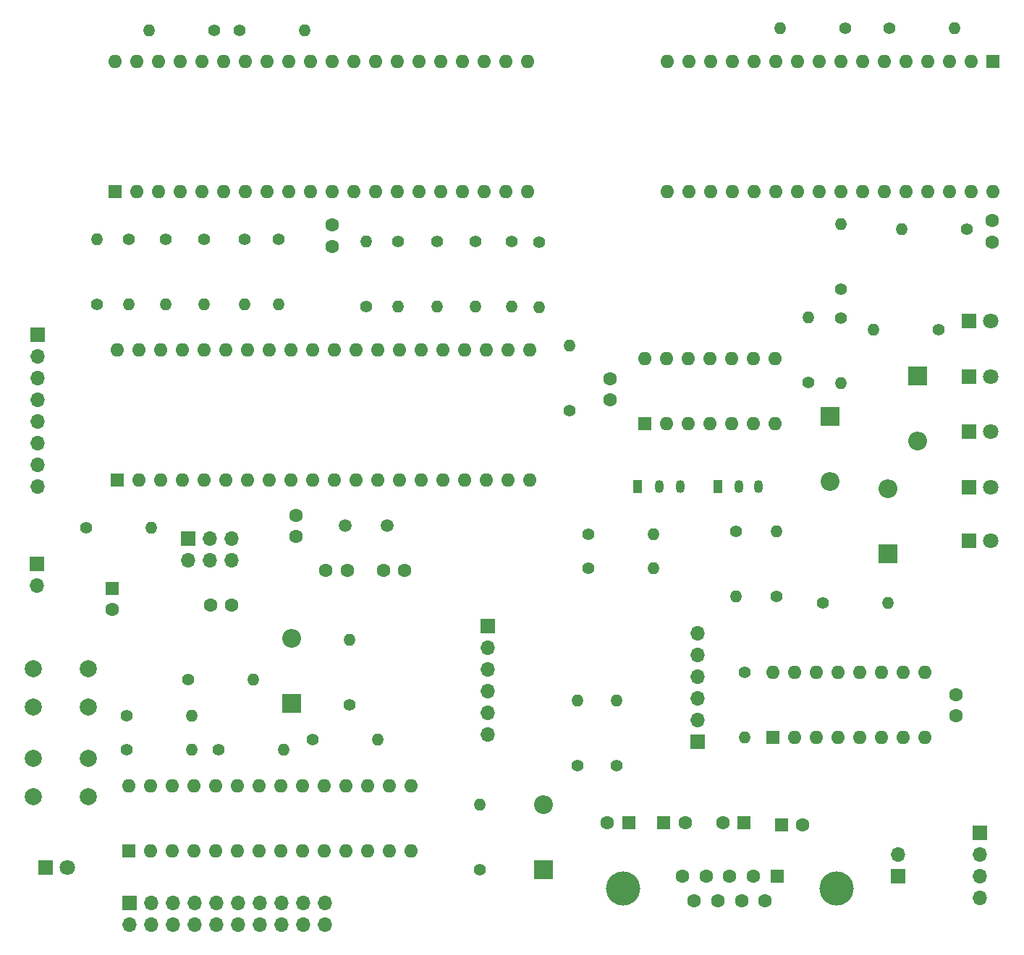
<source format=gbr>
%TF.GenerationSoftware,KiCad,Pcbnew,(6.0.5)*%
%TF.CreationDate,2022-07-29T16:30:45+10:00*%
%TF.ProjectId,gerb,67657262-2e6b-4696-9361-645f70636258,rev?*%
%TF.SameCoordinates,Original*%
%TF.FileFunction,Soldermask,Top*%
%TF.FilePolarity,Negative*%
%FSLAX46Y46*%
G04 Gerber Fmt 4.6, Leading zero omitted, Abs format (unit mm)*
G04 Created by KiCad (PCBNEW (6.0.5)) date 2022-07-29 16:30:45*
%MOMM*%
%LPD*%
G01*
G04 APERTURE LIST*
%ADD10R,1.600000X1.600000*%
%ADD11C,1.600000*%
%ADD12C,1.400000*%
%ADD13O,1.400000X1.400000*%
%ADD14R,1.800000X1.800000*%
%ADD15C,1.800000*%
%ADD16O,1.600000X1.600000*%
%ADD17R,1.700000X1.700000*%
%ADD18O,1.700000X1.700000*%
%ADD19R,2.200000X2.200000*%
%ADD20O,2.200000X2.200000*%
%ADD21R,1.050000X1.500000*%
%ADD22O,1.050000X1.500000*%
%ADD23C,2.000000*%
%ADD24C,4.000000*%
%ADD25C,1.500000*%
G04 APERTURE END LIST*
D10*
%TO.C,C13*%
X130455100Y-145500000D03*
D11*
X127955100Y-145500000D03*
%TD*%
D12*
%TO.C,R15*%
X108000000Y-77440000D03*
D13*
X108000000Y-85060000D03*
%TD*%
D12*
%TO.C,R6*%
X84940000Y-52750000D03*
D13*
X92560000Y-52750000D03*
%TD*%
D12*
%TO.C,R31*%
X93460000Y-135750000D03*
D13*
X101080000Y-135750000D03*
%TD*%
D12*
%TO.C,R7*%
X82000000Y-52750000D03*
D13*
X74380000Y-52750000D03*
%TD*%
D12*
%TO.C,R37*%
X82440000Y-137000000D03*
D13*
X90060000Y-137000000D03*
%TD*%
D12*
%TO.C,R21*%
X166750000Y-87750000D03*
D13*
X159130000Y-87750000D03*
%TD*%
D11*
%TO.C,C6*%
X95000000Y-116000000D03*
X97500000Y-116000000D03*
%TD*%
D14*
%TO.C,D4*%
X170225000Y-93250000D03*
D15*
X172765000Y-93250000D03*
%TD*%
D10*
%TO.C,U3*%
X70625000Y-105375000D03*
D16*
X73165000Y-105375000D03*
X75705000Y-105375000D03*
X78245000Y-105375000D03*
X80785000Y-105375000D03*
X83325000Y-105375000D03*
X85865000Y-105375000D03*
X88405000Y-105375000D03*
X90945000Y-105375000D03*
X93485000Y-105375000D03*
X96025000Y-105375000D03*
X98565000Y-105375000D03*
X101105000Y-105375000D03*
X103645000Y-105375000D03*
X106185000Y-105375000D03*
X108725000Y-105375000D03*
X111265000Y-105375000D03*
X113805000Y-105375000D03*
X116345000Y-105375000D03*
X118885000Y-105375000D03*
X118885000Y-90135000D03*
X116345000Y-90135000D03*
X113805000Y-90135000D03*
X111265000Y-90135000D03*
X108725000Y-90135000D03*
X106185000Y-90135000D03*
X103645000Y-90135000D03*
X101105000Y-90135000D03*
X98565000Y-90135000D03*
X96025000Y-90135000D03*
X93485000Y-90135000D03*
X90945000Y-90135000D03*
X88405000Y-90135000D03*
X85865000Y-90135000D03*
X83325000Y-90135000D03*
X80785000Y-90135000D03*
X78245000Y-90135000D03*
X75705000Y-90135000D03*
X73165000Y-90135000D03*
X70625000Y-90135000D03*
%TD*%
D17*
%TO.C,J4*%
X61275000Y-88375000D03*
D18*
X61275000Y-90915000D03*
X61275000Y-93455000D03*
X61275000Y-95995000D03*
X61275000Y-98535000D03*
X61275000Y-101075000D03*
X61275000Y-103615000D03*
X61275000Y-106155000D03*
%TD*%
D11*
%TO.C,C7*%
X128250000Y-93500000D03*
X128250000Y-96000000D03*
%TD*%
D12*
%TO.C,R2*%
X155750000Y-52500000D03*
D13*
X148130000Y-52500000D03*
%TD*%
D12*
%TO.C,R16*%
X112500000Y-77440000D03*
D13*
X112500000Y-85060000D03*
%TD*%
D19*
%TO.C,D2*%
X164250000Y-93190000D03*
D20*
X164250000Y-100810000D03*
%TD*%
D11*
%TO.C,C4*%
X173000000Y-75000000D03*
X173000000Y-77500000D03*
%TD*%
D12*
%TO.C,R17*%
X155250000Y-83060000D03*
D13*
X155250000Y-75440000D03*
%TD*%
D12*
%TO.C,R18*%
X116750000Y-77440000D03*
D13*
X116750000Y-85060000D03*
%TD*%
D12*
%TO.C,R29*%
X103500000Y-77440000D03*
D13*
X103500000Y-85060000D03*
%TD*%
D17*
%TO.C,J2*%
X78920000Y-112210000D03*
D18*
X78920000Y-114750000D03*
X81460000Y-112210000D03*
X81460000Y-114750000D03*
X84000000Y-112210000D03*
X84000000Y-114750000D03*
%TD*%
D21*
%TO.C,Q1*%
X140850000Y-106110000D03*
D22*
X143320000Y-106110000D03*
X145650000Y-106110000D03*
%TD*%
D10*
%TO.C,U4*%
X173050000Y-56375000D03*
D16*
X170510000Y-56375000D03*
X167970000Y-56375000D03*
X165430000Y-56375000D03*
X162890000Y-56375000D03*
X160350000Y-56375000D03*
X157810000Y-56375000D03*
X155270000Y-56375000D03*
X152730000Y-56375000D03*
X150190000Y-56375000D03*
X147650000Y-56375000D03*
X145110000Y-56375000D03*
X142570000Y-56375000D03*
X140030000Y-56375000D03*
X137490000Y-56375000D03*
X134950000Y-56375000D03*
X134950000Y-71615000D03*
X137490000Y-71615000D03*
X140030000Y-71615000D03*
X142570000Y-71615000D03*
X145110000Y-71615000D03*
X147650000Y-71615000D03*
X150190000Y-71615000D03*
X152730000Y-71615000D03*
X155270000Y-71615000D03*
X157810000Y-71615000D03*
X160350000Y-71615000D03*
X162890000Y-71615000D03*
X165430000Y-71615000D03*
X167970000Y-71615000D03*
X170510000Y-71615000D03*
X173050000Y-71615000D03*
%TD*%
D12*
%TO.C,R30*%
X78940000Y-128750000D03*
D13*
X86560000Y-128750000D03*
%TD*%
D10*
%TO.C,C11*%
X148294900Y-145750000D03*
D11*
X150794900Y-145750000D03*
%TD*%
%TO.C,C2*%
X91500000Y-109500000D03*
X91500000Y-112000000D03*
%TD*%
D10*
%TO.C,U6*%
X147350000Y-135550000D03*
D16*
X149890000Y-135550000D03*
X152430000Y-135550000D03*
X154970000Y-135550000D03*
X157510000Y-135550000D03*
X160050000Y-135550000D03*
X162590000Y-135550000D03*
X165130000Y-135550000D03*
X165130000Y-127930000D03*
X162590000Y-127930000D03*
X160050000Y-127930000D03*
X157510000Y-127930000D03*
X154970000Y-127930000D03*
X152430000Y-127930000D03*
X149890000Y-127930000D03*
X147350000Y-127930000D03*
%TD*%
D19*
%TO.C,D1*%
X91000000Y-131580000D03*
D20*
X91000000Y-123960000D03*
%TD*%
D12*
%TO.C,R33*%
X124500000Y-138810000D03*
D13*
X124500000Y-131190000D03*
%TD*%
D12*
%TO.C,R1*%
X160940000Y-52500000D03*
D13*
X168560000Y-52500000D03*
%TD*%
D11*
%TO.C,C14*%
X168750000Y-130500000D03*
X168750000Y-133000000D03*
%TD*%
D12*
%TO.C,R26*%
X123500000Y-97250000D03*
D13*
X123500000Y-89630000D03*
%TD*%
D23*
%TO.C,SW1*%
X60750000Y-138000000D03*
X67250000Y-138000000D03*
X60750000Y-142500000D03*
X67250000Y-142500000D03*
%TD*%
D12*
%TO.C,R34*%
X97750000Y-131750000D03*
D13*
X97750000Y-124130000D03*
%TD*%
D12*
%TO.C,R23*%
X147750000Y-119000000D03*
D13*
X147750000Y-111380000D03*
%TD*%
D14*
%TO.C,D5*%
X170225000Y-86750000D03*
D15*
X172765000Y-86750000D03*
%TD*%
D12*
%TO.C,R32*%
X71690000Y-133000000D03*
D13*
X79310000Y-133000000D03*
%TD*%
D23*
%TO.C,SW2*%
X67250000Y-127500000D03*
X60750000Y-127500000D03*
X67250000Y-132000000D03*
X60750000Y-132000000D03*
%TD*%
D12*
%TO.C,R11*%
X113000000Y-151000000D03*
D13*
X113000000Y-143380000D03*
%TD*%
D10*
%TO.C,C10*%
X134544900Y-145500000D03*
D11*
X137044900Y-145500000D03*
%TD*%
D10*
%TO.C,U2*%
X132375000Y-98800000D03*
D16*
X134915000Y-98800000D03*
X137455000Y-98800000D03*
X139995000Y-98800000D03*
X142535000Y-98800000D03*
X145075000Y-98800000D03*
X147615000Y-98800000D03*
X147615000Y-91180000D03*
X145075000Y-91180000D03*
X142535000Y-91180000D03*
X139995000Y-91180000D03*
X137455000Y-91180000D03*
X134915000Y-91180000D03*
X132375000Y-91180000D03*
%TD*%
D12*
%TO.C,R24*%
X143000000Y-111440000D03*
D13*
X143000000Y-119060000D03*
%TD*%
D14*
%TO.C,D8*%
X62225000Y-150750000D03*
D15*
X64765000Y-150750000D03*
%TD*%
D11*
%TO.C,C1*%
X95750000Y-78000000D03*
X95750000Y-75500000D03*
%TD*%
D12*
%TO.C,R13*%
X72000000Y-77190000D03*
D13*
X72000000Y-84810000D03*
%TD*%
D12*
%TO.C,R20*%
X155250000Y-86440000D03*
D13*
X155250000Y-94060000D03*
%TD*%
D17*
%TO.C,J6*%
X138525000Y-136075000D03*
D18*
X138525000Y-133535000D03*
X138525000Y-130995000D03*
X138525000Y-128455000D03*
X138525000Y-125915000D03*
X138525000Y-123375000D03*
%TD*%
D24*
%TO.C,J8*%
X129760000Y-153239700D03*
X154760000Y-153239700D03*
D10*
X147800000Y-151819700D03*
D11*
X145030000Y-151819700D03*
X142260000Y-151819700D03*
X139490000Y-151819700D03*
X136720000Y-151819700D03*
X146415000Y-154659700D03*
X143645000Y-154659700D03*
X140875000Y-154659700D03*
X138105000Y-154659700D03*
%TD*%
D12*
%TO.C,R25*%
X99750000Y-85060000D03*
D13*
X99750000Y-77440000D03*
%TD*%
D14*
%TO.C,D11*%
X170225000Y-112500000D03*
D15*
X172765000Y-112500000D03*
%TD*%
D17*
%TO.C,J7*%
X72010000Y-154960000D03*
D18*
X72010000Y-157500000D03*
X74550000Y-154960000D03*
X74550000Y-157500000D03*
X77090000Y-154960000D03*
X77090000Y-157500000D03*
X79630000Y-154960000D03*
X79630000Y-157500000D03*
X82170000Y-154960000D03*
X82170000Y-157500000D03*
X84710000Y-154960000D03*
X84710000Y-157500000D03*
X87250000Y-154960000D03*
X87250000Y-157500000D03*
X89790000Y-154960000D03*
X89790000Y-157500000D03*
X92330000Y-154960000D03*
X92330000Y-157500000D03*
X94870000Y-154960000D03*
X94870000Y-157500000D03*
%TD*%
D17*
%TO.C,J9*%
X162000000Y-151750000D03*
D18*
X162000000Y-149210000D03*
%TD*%
D12*
%TO.C,R14*%
X76250000Y-77190000D03*
D13*
X76250000Y-84810000D03*
%TD*%
D19*
%TO.C,D9*%
X120500000Y-151060000D03*
D20*
X120500000Y-143440000D03*
%TD*%
D12*
%TO.C,R36*%
X144000000Y-127940000D03*
D13*
X144000000Y-135560000D03*
%TD*%
D12*
%TO.C,R19*%
X125690000Y-111750000D03*
D13*
X133310000Y-111750000D03*
%TD*%
D11*
%TO.C,C3*%
X81500000Y-120000000D03*
X84000000Y-120000000D03*
%TD*%
D12*
%TO.C,R12*%
X170000000Y-76000000D03*
D13*
X162380000Y-76000000D03*
%TD*%
D12*
%TO.C,R8*%
X120000000Y-77500000D03*
D13*
X120000000Y-85120000D03*
%TD*%
D12*
%TO.C,R4*%
X85500000Y-77190000D03*
D13*
X85500000Y-84810000D03*
%TD*%
D12*
%TO.C,R27*%
X153190000Y-119750000D03*
D13*
X160810000Y-119750000D03*
%TD*%
D12*
%TO.C,R10*%
X71710000Y-137000000D03*
D13*
X79330000Y-137000000D03*
%TD*%
D12*
%TO.C,R38*%
X129000000Y-138810000D03*
D13*
X129000000Y-131190000D03*
%TD*%
D21*
%TO.C,Q2*%
X131500000Y-106110000D03*
D22*
X134070000Y-106110000D03*
X136500000Y-106110000D03*
%TD*%
D11*
%TO.C,C5*%
X104250000Y-116000000D03*
X101750000Y-116000000D03*
%TD*%
D14*
%TO.C,D6*%
X170225000Y-106250000D03*
D15*
X172765000Y-106250000D03*
%TD*%
D17*
%TO.C,J5*%
X114000000Y-122500000D03*
D18*
X114000000Y-125040000D03*
X114000000Y-127580000D03*
X114000000Y-130120000D03*
X114000000Y-132660000D03*
X114000000Y-135200000D03*
%TD*%
D17*
%TO.C,J1*%
X61250000Y-115250000D03*
D18*
X61250000Y-117790000D03*
%TD*%
D10*
%TO.C,U5*%
X71975000Y-148800000D03*
D16*
X74515000Y-148800000D03*
X77055000Y-148800000D03*
X79595000Y-148800000D03*
X82135000Y-148800000D03*
X84675000Y-148800000D03*
X87215000Y-148800000D03*
X89755000Y-148800000D03*
X92295000Y-148800000D03*
X94835000Y-148800000D03*
X97375000Y-148800000D03*
X99915000Y-148800000D03*
X102455000Y-148800000D03*
X104995000Y-148800000D03*
X104995000Y-141180000D03*
X102455000Y-141180000D03*
X99915000Y-141180000D03*
X97375000Y-141180000D03*
X94835000Y-141180000D03*
X92295000Y-141180000D03*
X89755000Y-141180000D03*
X87215000Y-141180000D03*
X84675000Y-141180000D03*
X82135000Y-141180000D03*
X79595000Y-141180000D03*
X77055000Y-141180000D03*
X74515000Y-141180000D03*
X71975000Y-141180000D03*
%TD*%
D12*
%TO.C,R28*%
X125690000Y-115750000D03*
D13*
X133310000Y-115750000D03*
%TD*%
D12*
%TO.C,R22*%
X68250000Y-84810000D03*
D13*
X68250000Y-77190000D03*
%TD*%
D19*
%TO.C,D10*%
X154000000Y-97940000D03*
D20*
X154000000Y-105560000D03*
%TD*%
D12*
%TO.C,R35*%
X151500000Y-94000000D03*
D13*
X151500000Y-86380000D03*
%TD*%
D10*
%TO.C,U1*%
X70375000Y-71625000D03*
D16*
X72915000Y-71625000D03*
X75455000Y-71625000D03*
X77995000Y-71625000D03*
X80535000Y-71625000D03*
X83075000Y-71625000D03*
X85615000Y-71625000D03*
X88155000Y-71625000D03*
X90695000Y-71625000D03*
X93235000Y-71625000D03*
X95775000Y-71625000D03*
X98315000Y-71625000D03*
X100855000Y-71625000D03*
X103395000Y-71625000D03*
X105935000Y-71625000D03*
X108475000Y-71625000D03*
X111015000Y-71625000D03*
X113555000Y-71625000D03*
X116095000Y-71625000D03*
X118635000Y-71625000D03*
X118635000Y-56385000D03*
X116095000Y-56385000D03*
X113555000Y-56385000D03*
X111015000Y-56385000D03*
X108475000Y-56385000D03*
X105935000Y-56385000D03*
X103395000Y-56385000D03*
X100855000Y-56385000D03*
X98315000Y-56385000D03*
X95775000Y-56385000D03*
X93235000Y-56385000D03*
X90695000Y-56385000D03*
X88155000Y-56385000D03*
X85615000Y-56385000D03*
X83075000Y-56385000D03*
X80535000Y-56385000D03*
X77995000Y-56385000D03*
X75455000Y-56385000D03*
X72915000Y-56385000D03*
X70375000Y-56385000D03*
%TD*%
D12*
%TO.C,R9*%
X66940000Y-111000000D03*
D13*
X74560000Y-111000000D03*
%TD*%
D10*
%TO.C,C9*%
X70000000Y-118067600D03*
D11*
X70000000Y-120567600D03*
%TD*%
D25*
%TO.C,Y1*%
X97300000Y-110750000D03*
X102180000Y-110750000D03*
%TD*%
D12*
%TO.C,R5*%
X80750000Y-77190000D03*
D13*
X80750000Y-84810000D03*
%TD*%
D19*
%TO.C,D3*%
X160750000Y-114060000D03*
D20*
X160750000Y-106440000D03*
%TD*%
D10*
%TO.C,C12*%
X143955100Y-145500000D03*
D11*
X141455100Y-145500000D03*
%TD*%
D12*
%TO.C,R3*%
X89500000Y-77190000D03*
D13*
X89500000Y-84810000D03*
%TD*%
D14*
%TO.C,D7*%
X170225000Y-99750000D03*
D15*
X172765000Y-99750000D03*
%TD*%
D17*
%TO.C,J3*%
X171525000Y-146700000D03*
D18*
X171525000Y-149240000D03*
X171525000Y-151780000D03*
X171525000Y-154320000D03*
%TD*%
M02*

</source>
